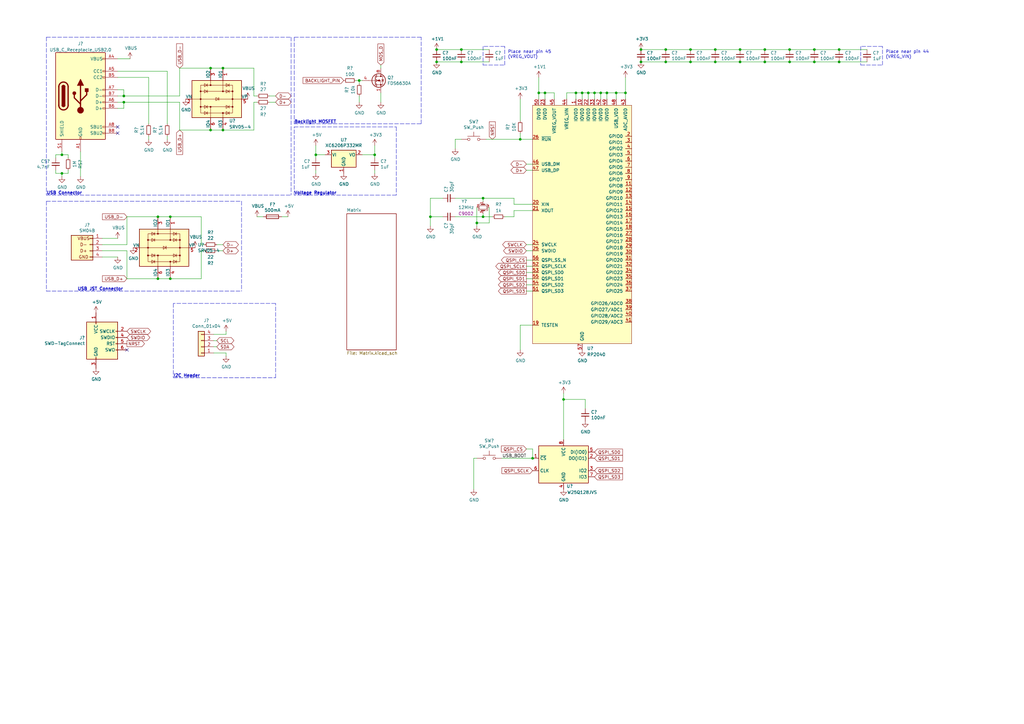
<source format=kicad_sch>
(kicad_sch (version 20211123) (generator eeschema)
  (paper "A3")
  (lib_symbols
    (symbol "Connector:USB_C_Receptacle_USB2.0" (pin_names (offset 1.016))
      (property "Reference" "J" (at -10.16 19.05 0))
      (property "Value" "USB_C_Receptacle_USB2.0" (at 19.05 19.05 0))
      (symbol "USB_C_Receptacle_USB2.0_1_1"
        (pin passive line (at 0 -22.86 90) (length 5.08) (name "GND") (number "A1"))
        (pin passive line (at 0 -22.86 90) (length 5.08) hide (name "GND") (number "A12"))
        (pin passive line (at 15.24 15.24 180) (length 5.08) (name "VBUS") (number "A4"))
        (pin bidirectional line (at 15.24 10.16 180) (length 5.08) (name "CC1") (number "A5"))
        (pin bidirectional line (at 15.24 -2.54 180) (length 5.08) (name "D+") (number "A6"))
        (pin bidirectional line (at 15.24 2.54 180) (length 5.08) (name "D-") (number "A7"))
        (pin bidirectional line (at 15.24 -12.7 180) (length 5.08) (name "SBU1") (number "A8"))
        (pin passive line (at 15.24 15.24 180) (length 5.08) hide (name "VBUS") (number "A9"))
        (pin passive line (at 0 -22.86 90) (length 5.08) hide (name "GND") (number "B1"))
        (pin passive line (at 0 -22.86 90) (length 5.08) hide (name "GND") (number "B12"))
        (pin passive line (at 15.24 15.24 180) (length 5.08) hide (name "VBUS") (number "B4"))
        (pin bidirectional line (at 15.24 7.62 180) (length 5.08) (name "CC2") (number "B5"))
        (pin bidirectional line (at 15.24 -5.08 180) (length 5.08) (name "D+") (number "B6"))
        (pin bidirectional line (at 15.24 0 180) (length 5.08) (name "D-") (number "B7"))
        (pin bidirectional line (at 15.24 -15.24 180) (length 5.08) (name "SBU2") (number "B8"))
        (pin passive line (at 15.24 15.24 180) (length 5.08) hide (name "VBUS") (number "B9"))
        (pin passive line (at -7.62 -22.86 90) (length 5.08) (name "SHIELD") (number "S1"))
      )
    )
    (symbol "Connector_Generic:Conn_01x04" (pin_names (offset 1.016) hide)
      (property "Reference" "J" (at 0 5.08 0))
      (property "Value" "Conn_01x04" (at 0 -7.62 0))
      (symbol "Conn_01x04_1_1"
        (pin passive line (at -5.08 2.54 0) (length 3.81) (name "Pin_1") (number "1"))
        (pin passive line (at -5.08 0 0) (length 3.81) (name "Pin_2") (number "2"))
        (pin passive line (at -5.08 -2.54 0) (length 3.81) (name "Pin_3") (number "3"))
        (pin passive line (at -5.08 -5.08 0) (length 3.81) (name "Pin_4") (number "4"))
      )
    )
    (symbol "Device:C_Small" (pin_numbers hide) (pin_names (offset 0.254) hide)
      (property "Reference" "C" (at 0.254 1.778 0))
      (property "Value" "C_Small" (at 0.254 -2.032 0))
      (symbol "C_Small_1_1"
        (pin passive line (at 0 2.54 270) (length 2.032) (name "~") (number "1"))
        (pin passive line (at 0 -2.54 90) (length 2.032) (name "~") (number "2"))
      )
    )
    (symbol "Device:Crystal_GND24_Small" (pin_names (offset 1.016) hide)
      (property "Reference" "Y" (at 1.27 4.445 0))
      (property "Value" "Crystal_GND24_Small" (at 1.27 2.54 0))
      (symbol "Crystal_GND24_Small_1_1"
        (pin passive line (at -2.54 0 0) (length 1.27) (name "1") (number "1"))
        (pin passive line (at 0 -2.54 90) (length 0.635) (name "2") (number "2"))
        (pin passive line (at 2.54 0 180) (length 1.27) (name "3") (number "3"))
        (pin passive line (at 0 2.54 270) (length 0.635) (name "4") (number "4"))
      )
    )
    (symbol "Device:Fuse" (pin_numbers hide) (pin_names (offset 0))
      (property "Reference" "F" (at 2.032 0 90))
      (property "Value" "Fuse" (at -1.905 0 90))
      (symbol "Fuse_1_1"
        (pin passive line (at 0 3.81 270) (length 1.27) (name "~") (number "1"))
        (pin passive line (at 0 -3.81 90) (length 1.27) (name "~") (number "2"))
      )
    )
    (symbol "Device:R_Small" (pin_numbers hide) (pin_names (offset 0.254) hide)
      (property "Reference" "R" (at 0.762 0.508 0))
      (property "Value" "R_Small" (at 0.762 -1.016 0))
      (symbol "R_Small_1_1"
        (pin passive line (at 0 2.54 270) (length 0.762) (name "~") (number "1"))
        (pin passive line (at 0 -2.54 90) (length 0.762) (name "~") (number "2"))
      )
    )
    (symbol "Memory_Flash:W25Q32JVSS"
      (property "Reference" "U" (at -8.89 8.89 0))
      (property "Value" "W25Q32JVSS" (at 7.62 8.89 0))
      (symbol "W25Q32JVSS_1_1"
        (pin input line (at -12.7 2.54 0) (length 2.54) (name "~{CS}") (number "1"))
        (pin bidirectional line (at 12.7 2.54 180) (length 2.54) (name "DO(IO1)") (number "2"))
        (pin bidirectional line (at 12.7 -2.54 180) (length 2.54) (name "IO2") (number "3"))
        (pin power_in line (at 0 -10.16 90) (length 2.54) (name "GND") (number "4"))
        (pin bidirectional line (at 12.7 5.08 180) (length 2.54) (name "DI(IO0)") (number "5"))
        (pin input line (at -12.7 -2.54 0) (length 2.54) (name "CLK") (number "6"))
        (pin bidirectional line (at 12.7 -5.08 180) (length 2.54) (name "IO3") (number "7"))
        (pin power_in line (at 0 10.16 270) (length 2.54) (name "VCC") (number "8"))
      )
    )
    (symbol "Power_Protection:SRV05-4" (pin_names (offset 0))
      (property "Reference" "U" (at -5.08 11.43 0))
      (property "Value" "SRV05-4" (at 2.54 11.43 0))
      (symbol "SRV05-4_1_1"
        (pin passive line (at -12.7 2.54 0) (length 5.08) (name "IO1") (number "1"))
        (pin passive line (at 0 -12.7 90) (length 2.54) (name "VN") (number "2"))
        (pin passive line (at -12.7 -2.54 0) (length 5.08) (name "IO2") (number "3"))
        (pin passive line (at 12.7 2.54 180) (length 5.08) (name "IO3") (number "4"))
        (pin passive line (at 0 12.7 270) (length 2.54) (name "VP") (number "5"))
        (pin passive line (at 12.7 -2.54 180) (length 5.08) (name "IO4") (number "6"))
      )
    )
    (symbol "Regulator_Linear:MCP1700-3302E_SOT23" (pin_names (offset 0.254))
      (property "Reference" "U" (at -3.81 3.175 0))
      (property "Value" "MCP1700-3302E_SOT23" (at 0 3.175 0))
      (symbol "MCP1700-3302E_SOT23_1_1"
        (pin power_in line (at 0 -7.62 90) (length 2.54) (name "GND") (number "1"))
        (pin power_out line (at 7.62 0 180) (length 2.54) (name "VO") (number "2"))
        (pin power_in line (at -7.62 0 0) (length 2.54) (name "VI") (number "3"))
      )
    )
    (symbol "Switch:SW_Push" (pin_numbers hide) (pin_names (offset 1.016) hide)
      (property "Reference" "SW" (at 1.27 2.54 0))
      (property "Value" "SW_Push" (at 0 -1.524 0))
      (symbol "SW_Push_0_1"
        (pin passive line (at -5.08 0 0) (length 2.54) (name "1") (number "1"))
        (pin passive line (at 5.08 0 180) (length 2.54) (name "2") (number "2"))
      )
    )
    (symbol "Transistor_FET:FDS6630A" (pin_names hide)
      (property "Reference" "Q" (at 5.08 2.54 0))
      (property "Value" "FDS6630A" (at 5.08 0 0))
      (symbol "FDS6630A_1_1"
        (pin passive line (at 2.54 -5.08 90) (length 2.54) (name "S") (number "1"))
        (pin passive line (at 2.54 -5.08 90) (length 2.54) hide (name "S") (number "2"))
        (pin passive line (at 2.54 -5.08 90) (length 2.54) hide (name "S") (number "3"))
        (pin input line (at -5.08 0 0) (length 2.54) (name "G") (number "4"))
        (pin passive line (at 2.54 5.08 270) (length 2.54) hide (name "D") (number "5"))
        (pin passive line (at 2.54 5.08 270) (length 2.54) hide (name "D") (number "6"))
        (pin passive line (at 2.54 5.08 270) (length 2.54) hide (name "D") (number "7"))
        (pin passive line (at 2.54 5.08 270) (length 2.54) (name "D") (number "8"))
      )
    )
    (symbol "power:+1V1" (power) (pin_names (offset 0))
      (property "Value" "+1V1" (at 0 3.556 0))
      (symbol "+1V1_1_1"
        (pin power_in line (at 0 0 90) (length 0) hide (name "+1V1") (number "1"))
      )
    )
    (symbol "power:+3V3" (power) (pin_names (offset 0))
      (property "Value" "+3V3" (at 0 3.556 0))
      (symbol "+3V3_1_1"
        (pin power_in line (at 0 0 90) (length 0) hide (name "+3V3") (number "1"))
      )
    )
    (symbol "power:+5V" (power) (pin_names (offset 0))
      (property "Value" "+5V" (at 0 3.556 0))
      (symbol "+5V_1_1"
        (pin power_in line (at 0 0 90) (length 0) hide (name "+5V") (number "1"))
      )
    )
    (symbol "power:GND" (power) (pin_names (offset 0))
      (property "Value" "GND" (at 0 -3.81 0))
      (symbol "GND_1_1"
        (pin power_in line (at 0 0 270) (length 0) hide (name "GND") (number "1"))
      )
    )
    (symbol "power:VBUS" (power) (pin_names (offset 0))
      (property "Value" "VBUS" (at 0 3.81 0))
      (symbol "VBUS_1_1"
        (pin power_in line (at 0 0 90) (length 0) hide (name "VBUS") (number "1"))
      )
    )
    (symbol "random-keyboard-parts:RP2040" (pin_names (offset 1.016))
      (property "Reference" "U3" (at 3.81 -52.07 0))
      (property "Value" "RP2040" (at 6.35 -54.61 0))
      (symbol "RP2040_1_1"
        (pin power_in line (at -2.54 50.8 270) (length 2.54) (name "IOVDD") (number "1"))
        (pin power_in line (at 0 50.8 270) (length 2.54) (name "IOVDD") (number "10"))
        (pin bidirectional line (at 20.32 15.24 180) (length 2.54) (name "GPIO8") (number "11"))
        (pin bidirectional line (at 20.32 12.7 180) (length 2.54) (name "GPIO9") (number "12"))
        (pin bidirectional line (at 20.32 10.16 180) (length 2.54) (name "GPIO10") (number "13"))
        (pin bidirectional line (at 20.32 7.62 180) (length 2.54) (name "GPIO11") (number "14"))
        (pin bidirectional line (at 20.32 5.08 180) (length 2.54) (name "GPIO12") (number "15"))
        (pin bidirectional line (at 20.32 2.54 180) (length 2.54) (name "GPIO13") (number "16"))
        (pin bidirectional line (at 20.32 0 180) (length 2.54) (name "GPIO14") (number "17"))
        (pin bidirectional line (at 20.32 -2.54 180) (length 2.54) (name "GPIO15") (number "18"))
        (pin power_in line (at -20.32 -41.91 0) (length 2.54) (name "TESTEN") (number "19"))
        (pin bidirectional line (at 20.32 35.56 180) (length 2.54) (name "GPIO0") (number "2"))
        (pin input line (at -20.32 7.62 0) (length 2.54) (name "XIN") (number "20"))
        (pin output line (at -20.32 5.08 0) (length 2.54) (name "XOUT") (number "21"))
        (pin power_in line (at 2.54 50.8 270) (length 2.54) (name "IOVDD") (number "22"))
        (pin power_in line (at -15.24 50.8 270) (length 2.54) (name "DVDD") (number "23"))
        (pin bidirectional line (at -20.32 -8.89 0) (length 2.54) (name "SWCLK") (number "24"))
        (pin bidirectional line (at -20.32 -11.43 0) (length 2.54) (name "SWDIO") (number "25"))
        (pin input line (at -20.32 34.29 0) (length 2.54) (name "~{RUN}") (number "26"))
        (pin bidirectional line (at 20.32 -5.08 180) (length 2.54) (name "GPIO16") (number "27"))
        (pin bidirectional line (at 20.32 -7.62 180) (length 2.54) (name "GPIO17") (number "28"))
        (pin bidirectional line (at 20.32 -10.16 180) (length 2.54) (name "GPIO18") (number "29"))
        (pin bidirectional line (at 20.32 33.02 180) (length 2.54) (name "GPIO1") (number "3"))
        (pin bidirectional line (at 20.32 -12.7 180) (length 2.54) (name "GPIO19") (number "30"))
        (pin bidirectional line (at 20.32 -15.24 180) (length 2.54) (name "GPIO20") (number "31"))
        (pin bidirectional line (at 20.32 -17.78 180) (length 2.54) (name "GPIO21") (number "32"))
        (pin power_in line (at 5.08 50.8 270) (length 2.54) (name "IOVDD") (number "33"))
        (pin bidirectional line (at 20.32 -20.32 180) (length 2.54) (name "GPIO22") (number "34"))
        (pin bidirectional line (at 20.32 -22.86 180) (length 2.54) (name "GPIO23") (number "35"))
        (pin bidirectional line (at 20.32 -25.4 180) (length 2.54) (name "GPIO24") (number "36"))
        (pin bidirectional line (at 20.32 -27.94 180) (length 2.54) (name "GPIO25") (number "37"))
        (pin bidirectional line (at 20.32 -33.02 180) (length 2.54) (name "GPIO26/ADC0") (number "38"))
        (pin bidirectional line (at 20.32 -35.56 180) (length 2.54) (name "GPIO27/ADC1") (number "39"))
        (pin bidirectional line (at 20.32 30.48 180) (length 2.54) (name "GPIO2") (number "4"))
        (pin bidirectional line (at 20.32 -38.1 180) (length 2.54) (name "GPIO28/ADC2") (number "40"))
        (pin bidirectional line (at 20.32 -40.64 180) (length 2.54) (name "GPIO29/ADC3") (number "41"))
        (pin power_in line (at 7.62 50.8 270) (length 2.54) (name "IOVDD") (number "42"))
        (pin power_in line (at 17.78 50.8 270) (length 2.54) (name "ADC_AVDD") (number "43"))
        (pin power_in line (at -6.35 50.8 270) (length 2.54) (name "VREG_VIN") (number "44"))
        (pin power_out line (at -11.43 50.8 270) (length 2.54) (name "VREG_VOUT") (number "45"))
        (pin bidirectional line (at -20.32 24.13 0) (length 2.54) (name "USB_DM") (number "46"))
        (pin bidirectional line (at -20.32 21.59 0) (length 2.54) (name "USB_DP") (number "47"))
        (pin power_in line (at 13.97 50.8 270) (length 2.54) (name "USB_VDD") (number "48"))
        (pin power_in line (at 10.16 50.8 270) (length 2.54) (name "IOVDD") (number "49"))
        (pin bidirectional line (at 20.32 27.94 180) (length 2.54) (name "GPIO3") (number "5"))
        (pin power_in line (at -17.78 50.8 270) (length 2.54) (name "DVDD") (number "50"))
        (pin bidirectional line (at -20.32 -27.94 0) (length 2.54) (name "QSPI_SD3") (number "51"))
        (pin bidirectional line (at -20.32 -17.78 0) (length 2.54) (name "QSPI_SCLK") (number "52"))
        (pin bidirectional line (at -20.32 -20.32 0) (length 2.54) (name "QSPI_SD0") (number "53"))
        (pin bidirectional line (at -20.32 -25.4 0) (length 2.54) (name "QSPI_SD2") (number "54"))
        (pin bidirectional line (at -20.32 -22.86 0) (length 2.54) (name "QSPI_SD1") (number "55"))
        (pin bidirectional line (at -20.32 -15.24 0) (length 2.54) (name "QSPI_SS_N") (number "56"))
        (pin power_in line (at 0 -52.07 90) (length 2.54) (name "GND") (number "57"))
        (pin bidirectional line (at 20.32 25.4 180) (length 2.54) (name "GPIO4") (number "6"))
        (pin bidirectional line (at 20.32 22.86 180) (length 2.54) (name "GPIO5") (number "7"))
        (pin bidirectional line (at 20.32 20.32 180) (length 2.54) (name "GPIO6") (number "8"))
        (pin bidirectional line (at 20.32 17.78 180) (length 2.54) (name "GPIO7") (number "9"))
      )
    )
    (symbol "random-keyboard-parts:SWD-TagConnect" (pin_names (offset 1.016))
      (property "Reference" "J" (at 0 10.16 0))
      (property "Value" "SWD-TagConnect" (at 0 -7.62 0))
      (symbol "SWD-TagConnect_1_1"
        (pin power_in line (at -2.54 12.7 270) (length 3.81) (name "VCC") (number "1"))
        (pin passive line (at 10.16 5.08 180) (length 3.81) (name "SWCLK") (number "2"))
        (pin power_in line (at -2.54 -10.16 90) (length 3.81) (name "GND") (number "3"))
        (pin passive line (at 10.16 2.54 180) (length 3.81) (name "SWDIO") (number "4"))
        (pin passive line (at 10.16 0 180) (length 3.81) (name "RST") (number "5"))
        (pin passive line (at 10.16 -2.54 180) (length 3.81) (name "SWO") (number "6"))
      )
    )
    (symbol "random-keyboard-parts:ai03_Daughterboard_Connector" (pin_names (offset 1.016) hide)
      (property "Reference" "J" (at 0 5.08 0))
      (property "Value" "ai03_Daughterboard_Connector" (at 0 -7.62 0))
      (symbol "ai03_Daughterboard_Connector_0_0"
        (text "VBUS" (at 2.54 2.54 0) (effects (font (size 1.27 1.27))))
      )
      (symbol "ai03_Daughterboard_Connector_1_1"
        (text "D+" (at 2.54 -2.54 0) (effects (font (size 1.27 1.27))))
        (text "D-" (at 2.54 0 0) (effects (font (size 1.27 1.27))))
        (text "GND" (at 2.54 -5.08 0) (effects (font (size 1.27 1.27))))
        (pin power_in line (at -5.08 2.54 0) (length 3.81) (name "VBUS") (number "1"))
        (pin bidirectional line (at -5.08 0 0) (length 3.81) (name "D-") (number "2"))
        (pin bidirectional line (at -5.08 -2.54 0) (length 3.81) (name "D+") (number "3"))
        (pin power_in line (at -5.08 -5.08 0) (length 3.81) (name "GND") (number "4"))
      )
    )
  )
  (junction (at 91.44 27.94))
  (junction (at 50.8 41.91))
  (junction (at 220.98 38.1))
  (junction (at 248.92 38.1))
  (junction (at 213.36 57.15))
  (junction (at 273.05 25.4))
  (junction (at 323.85 25.4))
  (junction (at 195.58 91.44))
  (junction (at 273.05 20.32))
  (junction (at 25.4 63.5))
  (junction (at 241.3 38.1))
  (junction (at 218.44 187.96))
  (junction (at 129.54 63.5))
  (junction (at 252.73 38.1))
  (junction (at 283.21 20.32))
  (junction (at 179.07 25.4))
  (junction (at 153.67 63.5))
  (junction (at 262.89 20.32))
  (junction (at 86.36 27.94))
  (junction (at 243.84 38.1))
  (junction (at 313.69 25.4))
  (junction (at 293.37 25.4))
  (junction (at 256.54 38.1))
  (junction (at 283.21 25.4))
  (junction (at 189.23 20.32))
  (junction (at 50.8 39.37))
  (junction (at 238.76 38.1))
  (junction (at 236.22 38.1))
  (junction (at 246.38 38.1))
  (junction (at 69.85 114.3))
  (junction (at 262.89 25.4))
  (junction (at 334.01 25.4))
  (junction (at 323.85 20.32))
  (junction (at 293.37 20.32))
  (junction (at 198.12 88.9))
  (junction (at 303.53 25.4))
  (junction (at 344.17 25.4))
  (junction (at 64.77 114.3))
  (junction (at 313.69 20.32))
  (junction (at 189.23 25.4))
  (junction (at 223.52 38.1))
  (junction (at 25.4 71.12))
  (junction (at 231.14 163.83))
  (junction (at 91.44 53.34))
  (junction (at 86.36 53.34))
  (junction (at 64.77 88.9))
  (junction (at 334.01 20.32))
  (junction (at 303.53 20.32))
  (junction (at 176.53 88.9))
  (junction (at 179.07 20.32))
  (junction (at 344.17 20.32))
  (junction (at 147.32 33.02))
  (junction (at 198.12 81.28))
  (junction (at 69.85 88.9))
  (no_connect (at 48.26 54.61))
  (no_connect (at 52.07 143.51))
  (no_connect (at 48.26 52.07))
  (wire (pts (xy 104.14 41.91) (xy 104.14 53.34)))
  (wire (pts (xy 87.63 137.16) (xy 92.71 137.16)))
  (wire (pts (xy 213.36 40.64) (xy 213.36 49.53)))
  (wire (pts (xy 215.9 109.22) (xy 218.44 109.22)))
  (wire (pts (xy 227.33 38.1) (xy 227.33 40.64)))
  (wire (pts (xy 218.44 184.15) (xy 218.44 187.96)))
  (wire (pts (xy 256.54 38.1) (xy 256.54 40.64)))
  (wire (pts (xy 194.31 187.96) (xy 195.58 187.96)))
  (wire (pts (xy 104.14 27.94) (xy 91.44 27.94)))
  (wire (pts (xy 186.69 60.96) (xy 186.69 57.15)))
  (wire (pts (xy 334.01 25.4) (xy 323.85 25.4)))
  (wire (pts (xy 82.55 102.87) (xy 82.55 114.3)))
  (wire (pts (xy 41.91 100.33) (xy 52.07 100.33)))
  (wire (pts (xy 147.32 34.29) (xy 147.32 33.02)))
  (wire (pts (xy 241.3 38.1) (xy 238.76 38.1)))
  (polyline (pts (xy 198.12 26.67) (xy 207.01 26.67)))
  (wire (pts (xy 22.86 71.12) (xy 25.4 71.12)))
  (wire (pts (xy 115.57 88.9) (xy 118.11 88.9)))
  (polyline (pts (xy 172.72 50.8) (xy 172.72 15.24)))
  (wire (pts (xy 210.82 81.28) (xy 210.82 83.82)))
  (wire (pts (xy 86.36 27.94) (xy 91.44 27.94)))
  (wire (pts (xy 50.8 36.83) (xy 50.8 39.37)))
  (wire (pts (xy 199.39 57.15) (xy 213.36 57.15)))
  (wire (pts (xy 243.84 38.1) (xy 241.3 38.1)))
  (wire (pts (xy 86.36 53.34) (xy 91.44 53.34)))
  (wire (pts (xy 60.96 31.75) (xy 60.96 50.8)))
  (wire (pts (xy 48.26 36.83) (xy 50.8 36.83)))
  (wire (pts (xy 147.32 33.02) (xy 148.59 33.02)))
  (wire (pts (xy 344.17 25.4) (xy 334.01 25.4)))
  (wire (pts (xy 189.23 25.4) (xy 200.66 25.4)))
  (wire (pts (xy 195.58 91.44) (xy 200.66 91.44)))
  (wire (pts (xy 215.9 119.38) (xy 218.44 119.38)))
  (polyline (pts (xy 19.05 119.38) (xy 99.06 119.38)))
  (wire (pts (xy 146.05 33.02) (xy 147.32 33.02)))
  (wire (pts (xy 91.44 100.33) (xy 88.9 100.33)))
  (wire (pts (xy 195.58 85.09) (xy 195.58 91.44)))
  (wire (pts (xy 153.67 59.69) (xy 153.67 63.5)))
  (wire (pts (xy 52.07 102.87) (xy 52.07 114.3)))
  (wire (pts (xy 73.66 41.91) (xy 73.66 53.34)))
  (wire (pts (xy 92.71 144.78) (xy 92.71 146.05)))
  (wire (pts (xy 246.38 38.1) (xy 246.38 40.64)))
  (wire (pts (xy 82.55 102.87) (xy 83.82 102.87)))
  (wire (pts (xy 256.54 38.1) (xy 252.73 38.1)))
  (wire (pts (xy 240.03 163.83) (xy 240.03 167.64)))
  (wire (pts (xy 186.69 88.9) (xy 198.12 88.9)))
  (polyline (pts (xy 71.12 124.46) (xy 71.12 154.94)))
  (wire (pts (xy 87.63 144.78) (xy 92.71 144.78)))
  (wire (pts (xy 252.73 38.1) (xy 252.73 40.64)))
  (polyline (pts (xy 19.05 82.55) (xy 99.06 82.55)))
  (wire (pts (xy 82.55 88.9) (xy 82.55 100.33)))
  (wire (pts (xy 27.94 63.5) (xy 27.94 64.77)))
  (wire (pts (xy 25.4 63.5) (xy 27.94 63.5)))
  (wire (pts (xy 129.54 69.85) (xy 129.54 71.12)))
  (polyline (pts (xy 120.65 52.07) (xy 162.56 52.07)))
  (wire (pts (xy 52.07 114.3) (xy 64.77 114.3)))
  (wire (pts (xy 88.9 142.24) (xy 87.63 142.24)))
  (polyline (pts (xy 19.05 15.24) (xy 19.05 80.01)))
  (wire (pts (xy 48.26 39.37) (xy 50.8 39.37)))
  (wire (pts (xy 293.37 20.32) (xy 303.53 20.32)))
  (wire (pts (xy 236.22 38.1) (xy 232.41 38.1)))
  (wire (pts (xy 176.53 88.9) (xy 181.61 88.9)))
  (wire (pts (xy 262.89 20.32) (xy 273.05 20.32)))
  (wire (pts (xy 25.4 71.12) (xy 25.4 72.39)))
  (wire (pts (xy 207.01 88.9) (xy 210.82 88.9)))
  (wire (pts (xy 215.9 116.84) (xy 218.44 116.84)))
  (polyline (pts (xy 113.03 154.94) (xy 113.03 124.46)))
  (wire (pts (xy 215.9 111.76) (xy 218.44 111.76)))
  (wire (pts (xy 215.9 102.87) (xy 218.44 102.87)))
  (wire (pts (xy 231.14 163.83) (xy 231.14 180.34)))
  (wire (pts (xy 73.66 41.91) (xy 50.8 41.91)))
  (wire (pts (xy 41.91 102.87) (xy 52.07 102.87)))
  (wire (pts (xy 210.82 86.36) (xy 210.82 88.9)))
  (polyline (pts (xy 162.56 52.07) (xy 162.56 80.01)))
  (wire (pts (xy 73.66 27.94) (xy 86.36 27.94)))
  (wire (pts (xy 68.58 29.21) (xy 48.26 29.21)))
  (wire (pts (xy 64.77 114.3) (xy 69.85 114.3)))
  (wire (pts (xy 189.23 20.32) (xy 179.07 20.32)))
  (wire (pts (xy 236.22 38.1) (xy 236.22 40.64)))
  (wire (pts (xy 104.14 27.94) (xy 104.14 39.37)))
  (wire (pts (xy 215.9 100.33) (xy 218.44 100.33)))
  (wire (pts (xy 33.02 62.23) (xy 33.02 72.39)))
  (wire (pts (xy 73.66 27.94) (xy 73.66 39.37)))
  (wire (pts (xy 113.03 39.37) (xy 110.49 39.37)))
  (polyline (pts (xy 113.03 124.46) (xy 71.12 124.46)))
  (wire (pts (xy 52.07 88.9) (xy 64.77 88.9)))
  (wire (pts (xy 88.9 102.87) (xy 91.44 102.87)))
  (wire (pts (xy 220.98 38.1) (xy 220.98 40.64)))
  (polyline (pts (xy 119.38 15.24) (xy 119.38 80.01)))
  (wire (pts (xy 194.31 200.66) (xy 194.31 187.96)))
  (wire (pts (xy 218.44 187.96) (xy 205.74 187.96)))
  (polyline (pts (xy 207.01 19.05) (xy 198.12 19.05)))
  (wire (pts (xy 210.82 86.36) (xy 218.44 86.36)))
  (wire (pts (xy 215.9 67.31) (xy 218.44 67.31)))
  (wire (pts (xy 213.36 54.61) (xy 213.36 57.15)))
  (wire (pts (xy 22.86 63.5) (xy 25.4 63.5)))
  (wire (pts (xy 176.53 88.9) (xy 176.53 92.71)))
  (wire (pts (xy 213.36 57.15) (xy 218.44 57.15)))
  (polyline (pts (xy 162.56 80.01) (xy 120.65 80.01)))
  (wire (pts (xy 92.71 137.16) (xy 92.71 135.89)))
  (polyline (pts (xy 71.12 154.94) (xy 113.03 154.94)))
  (wire (pts (xy 82.55 114.3) (xy 69.85 114.3)))
  (wire (pts (xy 213.36 133.35) (xy 218.44 133.35)))
  (polyline (pts (xy 19.05 15.24) (xy 119.38 15.24)))
  (wire (pts (xy 220.98 38.1) (xy 223.52 38.1)))
  (wire (pts (xy 189.23 20.32) (xy 200.66 20.32)))
  (wire (pts (xy 334.01 20.32) (xy 344.17 20.32)))
  (wire (pts (xy 210.82 83.82) (xy 218.44 83.82)))
  (wire (pts (xy 223.52 38.1) (xy 223.52 40.64)))
  (wire (pts (xy 186.69 81.28) (xy 198.12 81.28)))
  (wire (pts (xy 213.36 143.51) (xy 213.36 133.35)))
  (wire (pts (xy 73.66 53.34) (xy 86.36 53.34)))
  (wire (pts (xy 186.69 57.15) (xy 189.23 57.15)))
  (wire (pts (xy 153.67 63.5) (xy 148.59 63.5)))
  (wire (pts (xy 68.58 29.21) (xy 68.58 50.8)))
  (wire (pts (xy 104.14 53.34) (xy 91.44 53.34)))
  (wire (pts (xy 68.58 55.88) (xy 68.58 57.15)))
  (polyline (pts (xy 172.72 15.24) (xy 120.65 15.24)))
  (wire (pts (xy 129.54 64.77) (xy 129.54 63.5)))
  (polyline (pts (xy 207.01 26.67) (xy 207.01 19.05)))
  (wire (pts (xy 200.66 91.44) (xy 200.66 85.09)))
  (wire (pts (xy 64.77 88.9) (xy 69.85 88.9)))
  (wire (pts (xy 147.32 39.37) (xy 147.32 41.91)))
  (wire (pts (xy 248.92 38.1) (xy 246.38 38.1)))
  (wire (pts (xy 303.53 20.32) (xy 313.69 20.32)))
  (wire (pts (xy 283.21 25.4) (xy 273.05 25.4)))
  (wire (pts (xy 176.53 81.28) (xy 176.53 88.9)))
  (wire (pts (xy 238.76 38.1) (xy 236.22 38.1)))
  (wire (pts (xy 198.12 87.63) (xy 198.12 88.9)))
  (wire (pts (xy 153.67 69.85) (xy 153.67 71.12)))
  (wire (pts (xy 198.12 82.55) (xy 198.12 81.28)))
  (wire (pts (xy 22.86 64.77) (xy 22.86 63.5)))
  (wire (pts (xy 27.94 69.85) (xy 27.94 71.12)))
  (wire (pts (xy 88.9 139.7) (xy 87.63 139.7)))
  (wire (pts (xy 60.96 55.88) (xy 60.96 57.15)))
  (wire (pts (xy 303.53 25.4) (xy 293.37 25.4)))
  (wire (pts (xy 220.98 31.75) (xy 220.98 38.1)))
  (wire (pts (xy 313.69 25.4) (xy 303.53 25.4)))
  (wire (pts (xy 241.3 38.1) (xy 241.3 40.64)))
  (wire (pts (xy 252.73 38.1) (xy 248.92 38.1)))
  (wire (pts (xy 53.34 24.13) (xy 48.26 24.13)))
  (polyline (pts (xy 120.65 80.01) (xy 120.65 52.07)))
  (wire (pts (xy 52.07 100.33) (xy 52.07 88.9)))
  (polyline (pts (xy 120.65 15.24) (xy 120.65 50.8)))
  (wire (pts (xy 215.9 69.85) (xy 218.44 69.85)))
  (wire (pts (xy 232.41 38.1) (xy 232.41 40.64)))
  (wire (pts (xy 48.26 44.45) (xy 50.8 44.45)))
  (wire (pts (xy 104.14 41.91) (xy 105.41 41.91)))
  (wire (pts (xy 243.84 38.1) (xy 243.84 40.64)))
  (wire (pts (xy 293.37 25.4) (xy 283.21 25.4)))
  (wire (pts (xy 344.17 20.32) (xy 355.6 20.32)))
  (wire (pts (xy 104.14 39.37) (xy 105.41 39.37)))
  (wire (pts (xy 50.8 39.37) (xy 73.66 39.37)))
  (wire (pts (xy 215.9 106.68) (xy 218.44 106.68)))
  (wire (pts (xy 27.94 71.12) (xy 25.4 71.12)))
  (wire (pts (xy 195.58 91.44) (xy 195.58 92.71)))
  (wire (pts (xy 50.8 41.91) (xy 48.26 41.91)))
  (wire (pts (xy 215.9 184.15) (xy 218.44 184.15)))
  (wire (pts (xy 231.14 161.29) (xy 231.14 163.83)))
  (polyline (pts (xy 19.05 82.55) (xy 19.05 119.38)))
  (polyline (pts (xy 19.05 80.01) (xy 119.38 80.01)))
  (wire (pts (xy 110.49 41.91) (xy 113.03 41.91)))
  (polyline (pts (xy 361.95 19.05) (xy 353.06 19.05)))
  (wire (pts (xy 248.92 38.1) (xy 248.92 40.64)))
  (polyline (pts (xy 120.65 50.8) (xy 172.72 50.8)))
  (wire (pts (xy 313.69 20.32) (xy 323.85 20.32)))
  (wire (pts (xy 41.91 105.41) (xy 48.26 105.41)))
  (wire (pts (xy 283.21 20.32) (xy 293.37 20.32)))
  (wire (pts (xy 215.9 114.3) (xy 218.44 114.3)))
  (wire (pts (xy 129.54 63.5) (xy 133.35 63.5)))
  (polyline (pts (xy 198.12 19.05) (xy 198.12 26.67)))
  (wire (pts (xy 238.76 38.1) (xy 238.76 40.64)))
  (polyline (pts (xy 361.95 26.67) (xy 361.95 19.05)))
  (wire (pts (xy 129.54 59.69) (xy 129.54 63.5)))
  (polyline (pts (xy 99.06 82.55) (xy 99.06 119.38)))
  (wire (pts (xy 41.91 97.79) (xy 48.26 97.79)))
  (wire (pts (xy 273.05 20.32) (xy 283.21 20.32)))
  (polyline (pts (xy 353.06 26.67) (xy 361.95 26.67)))
  (wire (pts (xy 198.12 81.28) (xy 210.82 81.28)))
  (wire (pts (xy 82.55 88.9) (xy 69.85 88.9)))
  (wire (pts (xy 25.4 63.5) (xy 25.4 62.23)))
  (wire (pts (xy 256.54 31.75) (xy 256.54 38.1)))
  (wire (pts (xy 240.03 163.83) (xy 231.14 163.83)))
  (wire (pts (xy 223.52 38.1) (xy 227.33 38.1)))
  (wire (pts (xy 273.05 25.4) (xy 262.89 25.4)))
  (wire (pts (xy 22.86 69.85) (xy 22.86 71.12)))
  (wire (pts (xy 201.93 88.9) (xy 198.12 88.9)))
  (wire (pts (xy 344.17 25.4) (xy 355.6 25.4)))
  (wire (pts (xy 153.67 63.5) (xy 153.67 64.77)))
  (wire (pts (xy 181.61 81.28) (xy 176.53 81.28)))
  (wire (pts (xy 50.8 44.45) (xy 50.8 41.91)))
  (wire (pts (xy 323.85 25.4) (xy 313.69 25.4)))
  (wire (pts (xy 246.38 38.1) (xy 243.84 38.1)))
  (wire (pts (xy 323.85 20.32) (xy 334.01 20.32)))
  (wire (pts (xy 48.26 31.75) (xy 60.96 31.75)))
  (polyline (pts (xy 353.06 19.05) (xy 353.06 26.67)))
  (wire (pts (xy 105.41 88.9) (xy 107.95 88.9)))
  (wire (pts (xy 179.07 25.4) (xy 189.23 25.4)))
  (wire (pts (xy 156.21 26.67) (xy 156.21 27.94)))
  (wire (pts (xy 82.55 100.33) (xy 83.82 100.33)))
  (wire (pts (xy 156.21 38.1) (xy 156.21 41.91)))
  (text "Voltage Regulator" (at 120.65 80.01 0) (effects (font (size 1.27 1.27) (thickness 0.254) bold) (justify left bottom)))
  (text "Place near pin 45\n(VREG_VOUT)" (at 208.28 24.13 0) (effects (font (size 1.27 1.27)) (justify left bottom)))
  (text "I2C Header" (at 71.12 154.94 0) (effects (font (size 1.27 1.27) (thickness 0.254) bold) (justify left bottom)))
  (text "USB Connector" (at 19.05 80.01 0) (effects (font (size 1.27 1.27) (thickness 0.254) bold) (justify left bottom)))
  (text "USB JST Connector" (at 31.75 119.38 0) (effects (font (size 1.27 1.27) (thickness 0.254) bold) (justify left bottom)))
  (text "Place near pin 44\n(VREG_VIN)" (at 363.22 24.13 0) (effects (font (size 1.27 1.27)) (justify left bottom)))
  (text "Backlight MOSFET" (at 120.65 50.8 0) (effects (font (size 1.27 1.27) (thickness 0.254) bold) (justify left bottom)))
  (label "USB_BOOT" (at 215.9 187.96 180))
  (global_label "D+" (shape bidirectional) (at 113.03 41.91 0) (property "Intersheet References" "${INTERSHEET_REFS}" (effects hide)))
  (global_label "SDA" (shape bidirectional) (at 88.9 142.24 0) (property "Intersheet References" "${INTERSHEET_REFS}" (effects hide)))
  (global_label "USB_D-" (shape input) (at 73.66 27.94 90) (property "Intersheet References" "${INTERSHEET_REFS}" (effects hide)))
  (global_label "D-" (shape bidirectional) (at 215.9 67.31 180) (property "Intersheet References" "${INTERSHEET_REFS}" (effects hide)))
  (global_label "NRST" (shape output) (at 52.07 140.97 0) (property "Intersheet References" "${INTERSHEET_REFS}" (effects hide)))
  (global_label "D-" (shape bidirectional) (at 113.03 39.37 0) (property "Intersheet References" "${INTERSHEET_REFS}" (effects hide)))
  (global_label "QSPI_CS" (shape input) (at 215.9 184.15 180) (property "Intersheet References" "${INTERSHEET_REFS}" (effects hide)))
  (global_label "QSPI_SD2" (shape output) (at 215.9 116.84 180) (property "Intersheet References" "${INTERSHEET_REFS}" (effects hide)))
  (global_label "SWDIO" (shape bidirectional) (at 52.07 138.43 0) (property "Intersheet References" "${INTERSHEET_REFS}" (effects hide)))
  (global_label "SCL" (shape bidirectional) (at 88.9 139.7 0) (property "Intersheet References" "${INTERSHEET_REFS}" (effects hide)))
  (global_label "QSPI_SD3" (shape input) (at 243.84 195.58 0) (property "Intersheet References" "${INTERSHEET_REFS}" (effects hide)))
  (global_label "QSPI_SCLK" (shape input) (at 218.44 193.04 180) (property "Intersheet References" "${INTERSHEET_REFS}" (effects hide)))
  (global_label "D-" (shape bidirectional) (at 91.44 100.33 0) (property "Intersheet References" "${INTERSHEET_REFS}" (effects hide)))
  (global_label "QSPI_SD1" (shape input) (at 243.84 187.96 0) (property "Intersheet References" "${INTERSHEET_REFS}" (effects hide)))
  (global_label "QSPI_SD3" (shape output) (at 215.9 119.38 180) (property "Intersheet References" "${INTERSHEET_REFS}" (effects hide)))
  (global_label "SWCLK" (shape bidirectional) (at 215.9 100.33 180) (property "Intersheet References" "${INTERSHEET_REFS}" (effects hide)))
  (global_label "MOS_D" (shape input) (at 156.21 26.67 90) (property "Intersheet References" "${INTERSHEET_REFS}" (effects hide)))
  (global_label "BACKLIGHT_PIN" (shape input) (at 140.97 33.02 180) (property "Intersheet References" "${INTERSHEET_REFS}" (effects hide)))
  (global_label "QSPI_SD0" (shape input) (at 243.84 185.42 0) (property "Intersheet References" "${INTERSHEET_REFS}" (effects hide)))
  (global_label "QSPI_SCLK" (shape output) (at 215.9 109.22 180) (property "Intersheet References" "${INTERSHEET_REFS}" (effects hide)))
  (global_label "QSPI_SD2" (shape input) (at 243.84 193.04 0) (property "Intersheet References" "${INTERSHEET_REFS}" (effects hide)))
  (global_label "QSPI_SD1" (shape output) (at 215.9 114.3 180) (property "Intersheet References" "${INTERSHEET_REFS}" (effects hide)))
  (global_label "USB_D-" (shape input) (at 52.07 88.9 180) (property "Intersheet References" "${INTERSHEET_REFS}" (effects hide)))
  (global_label "SWDIO" (shape bidirectional) (at 215.9 102.87 180) (property "Intersheet References" "${INTERSHEET_REFS}" (effects hide)))
  (global_label "D+" (shape bidirectional) (at 215.9 69.85 180) (property "Intersheet References" "${INTERSHEET_REFS}" (effects hide)))
  (global_label "USB_D+" (shape input) (at 52.07 114.3 180) (property "Intersheet References" "${INTERSHEET_REFS}" (effects hide)))
  (global_label "SWCLK" (shape bidirectional) (at 52.07 135.89 0) (property "Intersheet References" "${INTERSHEET_REFS}" (effects hide)))
  (global_label "USB_D+" (shape input) (at 73.66 53.34 270) (property "Intersheet References" "${INTERSHEET_REFS}" (effects hide)))
  (global_label "QSPI_SD0" (shape output) (at 215.9 111.76 180) (property "Intersheet References" "${INTERSHEET_REFS}" (effects hide)))
  (global_label "QSPI_CS" (shape output) (at 215.9 106.68 180) (property "Intersheet References" "${INTERSHEET_REFS}" (effects hide)))
  (global_label "D+" (shape bidirectional) (at 91.44 102.87 0) (property "Intersheet References" "${INTERSHEET_REFS}" (effects hide)))
  (global_label "NRST" (shape input) (at 201.93 57.15 90) (property "Intersheet References" "${INTERSHEET_REFS}" (effects hide)))
  (symbol (lib_id "power:VBUS") (at 53.34 24.13 0) (unit 1)
    (property "Reference" "#PWR?" (effects hide))
    (property "Value" "VBUS" (at 53.721 19.7358 0))
  )
  (symbol (lib_id "Device:R_Small") (at 107.95 39.37 270) (unit 1)
    (property "Reference" "R?" (at 107.95 34.3916 90))
    (property "Value" "27" (at 107.95 36.703 90))
    (property "Footprint" "Resistor_SMD:R_0603_1608Metric" (effects hide))
  )
  (symbol (lib_id "Device:R_Small") (at 107.95 41.91 90) (mirror x) (unit 1)
    (property "Reference" "R?" (at 107.95 46.99 90))
    (property "Value" "27" (at 107.95 44.45 90))
    (property "Footprint" "Resistor_SMD:R_0603_1608Metric" (effects hide))
  )
  (symbol (lib_id "power:GND") (at 33.02 72.39 0) (unit 1)
    (property "Reference" "#PWR?" (effects hide))
    (property "Value" "GND" (at 33.147 76.7842 0))
  )
  (symbol (lib_id "Transistor_FET:FDS6630A") (at 153.67 33.02 0) (unit 1)
    (property "Reference" "Q?" (at 158.8516 31.8516 0) (effects (justify left)))
    (property "Value" "FDS6630A" (at 158.8516 34.163 0) (effects (justify left)))
    (property "Footprint" "Package_SO:SOIC-8_3.9x4.9mm_P1.27mm" (effects hide))
    (property "Datasheet" "http://www.onsemi.com/pub/Collateral/FDS6630A-D.pdf" (effects hide))
  )
  (symbol (lib_id "Device:R_Small") (at 147.32 36.83 0) (mirror y) (unit 1)
    (property "Reference" "R?" (at 142.24 36.83 90))
    (property "Value" "10k" (at 144.78 36.83 90))
    (property "Footprint" "Resistor_SMD:R_0603_1608Metric" (effects hide))
  )
  (symbol (lib_id "Device:R_Small") (at 143.51 33.02 270) (mirror x) (unit 1)
    (property "Reference" "R?" (at 143.51 27.94 90))
    (property "Value" "100" (at 143.51 30.48 90))
    (property "Footprint" "Resistor_SMD:R_0603_1608Metric" (effects hide))
  )
  (symbol (lib_id "power:VBUS") (at 101.6 40.64 0) (unit 1)
    (property "Reference" "#PWR?" (effects hide))
    (property "Value" "VBUS" (at 101.981 36.2458 0))
  )
  (symbol (lib_id "power:GND") (at 76.2 40.64 0) (unit 1)
    (property "Reference" "#PWR?" (effects hide))
    (property "Value" "GND" (at 76.327 45.0342 0))
  )
  (symbol (lib_id "power:GND") (at 147.32 41.91 0) (unit 1)
    (property "Reference" "#PWR?" (effects hide))
    (property "Value" "GND" (at 147.447 46.3042 0))
  )
  (symbol (lib_id "power:GND") (at 156.21 41.91 0) (unit 1)
    (property "Reference" "#PWR?" (effects hide))
    (property "Value" "GND" (at 156.337 46.3042 0))
  )
  (symbol (lib_id "power:+5V") (at 39.37 128.27 0) (unit 1)
    (property "Reference" "#PWR?" (effects hide))
    (property "Value" "+5V" (at 39.751 123.8758 0))
  )
  (symbol (lib_id "power:GND") (at 39.37 151.13 0) (unit 1)
    (property "Reference" "#PWR?" (effects hide))
    (property "Value" "GND" (at 39.497 155.5242 0))
  )
  (symbol (lib_id "Connector_Generic:Conn_01x04") (at 82.55 142.24 180) (unit 1)
    (property "Reference" "J?" (at 84.6328 131.445 0))
    (property "Value" "Conn_01x04" (at 84.6328 133.7564 0))
    (property "Footprint" "Connector_JST:JST_SH_SM04B-SRSS-TB_1x04-1MP_P1.00mm_Horizontal" (effects hide))
  )
  (symbol (lib_id "power:+5V") (at 92.71 135.89 0) (unit 1)
    (property "Reference" "#PWR?" (effects hide))
    (property "Value" "+5V" (at 93.091 131.4958 0))
  )
  (symbol (lib_id "power:GND") (at 92.71 146.05 0) (unit 1)
    (property "Reference" "#PWR?" (effects hide))
    (property "Value" "GND" (at 92.837 150.4442 0))
  )
  (symbol (lib_id "Device:R_Small") (at 60.96 53.34 0) (mirror x) (unit 1)
    (property "Reference" "R?" (at 55.9816 53.34 90))
    (property "Value" "5.1k" (at 58.293 53.34 90))
    (property "Footprint" "Resistor_SMD:R_0603_1608Metric" (effects hide))
  )
  (symbol (lib_id "Device:R_Small") (at 68.58 53.34 0) (mirror x) (unit 1)
    (property "Reference" "R?" (at 63.6016 53.34 90))
    (property "Value" "5.1k" (at 65.913 53.34 90))
    (property "Footprint" "Resistor_SMD:R_0603_1608Metric" (effects hide))
  )
  (symbol (lib_id "power:GND") (at 60.96 57.15 0) (unit 1)
    (property "Reference" "#PWR?" (effects hide))
    (property "Value" "GND" (at 61.087 61.5442 0))
  )
  (symbol (lib_id "power:GND") (at 68.58 57.15 0) (unit 1)
    (property "Reference" "#PWR?" (effects hide))
    (property "Value" "GND" (at 68.707 61.5442 0))
  )
  (symbol (lib_id "power:VBUS") (at 48.26 97.79 0) (unit 1)
    (property "Reference" "#PWR?" (effects hide))
    (property "Value" "VBUS" (at 48.641 93.3958 0))
  )
  (symbol (lib_id "power:GND") (at 48.26 105.41 0) (unit 1)
    (property "Reference" "#PWR?" (effects hide))
    (property "Value" "GND" (at 48.387 109.8042 0))
  )
  (symbol (lib_id "Device:R_Small") (at 86.36 100.33 270) (unit 1)
    (property "Reference" "R?" (at 86.36 95.3516 90))
    (property "Value" "22" (at 86.36 97.663 90))
    (property "Footprint" "Resistor_SMD:R_0603_1608Metric" (effects hide))
  )
  (symbol (lib_id "Device:R_Small") (at 86.36 102.87 90) (mirror x) (unit 1)
    (property "Reference" "R?" (at 86.36 107.95 90))
    (property "Value" "22" (at 86.36 105.41 90))
    (property "Footprint" "Resistor_SMD:R_0603_1608Metric" (effects hide))
  )
  (symbol (lib_id "power:VBUS") (at 80.01 101.6 0) (unit 1)
    (property "Reference" "#PWR?" (effects hide))
    (property "Value" "VBUS" (at 80.391 97.2058 0))
  )
  (symbol (lib_id "power:GND") (at 54.61 101.6 0) (unit 1)
    (property "Reference" "#PWR?" (effects hide))
    (property "Value" "GND" (at 54.737 105.9942 0))
  )
  (symbol (lib_id "power:VBUS") (at 105.41 88.9 0) (unit 1)
    (property "Reference" "#PWR?" (effects hide))
    (property "Value" "VBUS" (at 105.791 84.5058 0))
  )
  (symbol (lib_id "Device:Fuse") (at 111.76 88.9 270) (unit 1)
    (property "Reference" "F?" (at 111.76 83.8962 90))
    (property "Value" "500mA" (at 111.76 86.2076 90))
    (property "Footprint" "Fuse:Fuse_1206_3216Metric" (effects hide))
  )
  (symbol (lib_id "power:+5V") (at 118.11 88.9 0) (unit 1)
    (property "Reference" "#PWR?" (effects hide))
    (property "Value" "+5V" (at 118.491 84.5058 0))
  )
  (symbol (lib_id "Power_Protection:SRV05-4") (at 88.9 40.64 270) (unit 1)
    (property "Reference" "U?" (at 93.98 49.53 90) (effects (justify left)))
    (property "Value" "SRV05-4" (at 93.98 52.07 90) (effects (justify left)))
    (property "Footprint" "Package_TO_SOT_SMD:SOT-23-6" (effects hide))
    (property "Datasheet" "http://www.onsemi.com/pub/Collateral/SRV05-4-D.PDF" (effects hide))
  )
  (symbol (lib_id "Device:R_Small") (at 27.94 67.31 180) (unit 1)
    (property "Reference" "RS?" (at 32.9184 67.31 90))
    (property "Value" "1M" (at 30.607 67.31 90))
    (property "Footprint" "Resistor_SMD:R_0603_1608Metric" (effects hide))
  )
  (symbol (lib_id "Device:C_Small") (at 22.86 67.31 0) (mirror y) (unit 1)
    (property "Reference" "CS?" (at 20.5232 66.1416 0) (effects (justify left)))
    (property "Value" "4.7nF" (at 20.5232 68.453 0) (effects (justify left)))
    (property "Footprint" "Capacitor_SMD:C_0603_1608Metric" (effects hide))
  )
  (symbol (lib_id "power:GND") (at 25.4 72.39 0) (unit 1)
    (property "Reference" "#PWR?" (effects hide))
    (property "Value" "GND" (at 25.527 76.7842 0))
  )
  (symbol (lib_id "Power_Protection:SRV05-4") (at 67.31 101.6 270) (unit 1)
    (property "Reference" "U?" (at 81.1276 100.4316 90) (effects (justify left)))
    (property "Value" "SRV05-4" (at 81.1276 102.743 90) (effects (justify left)))
    (property "Footprint" "Package_TO_SOT_SMD:SOT-23-6" (effects hide))
    (property "Datasheet" "http://www.onsemi.com/pub/Collateral/SRV05-4-D.PDF" (effects hide))
  )
  (symbol (lib_id "random-keyboard-parts:ai03_Daughterboard_Connector") (at 36.83 100.33 0) (mirror y) (unit 1)
    (property "Reference" "J?" (at 35.7378 92.2782 0))
    (property "Value" "SM04B" (at 35.7378 94.5896 0))
    (property "Footprint" "Connector_JST:JST_SH_SM04B-SRSS-TB_1x04-1MP_P1.00mm_Horizontal" (effects hide))
  )
  (symbol (lib_id "random-keyboard-parts:SWD-TagConnect") (at 41.91 140.97 0) (unit 1)
    (property "Reference" "J?" (at 34.8234 138.5316 0) (effects (justify right)))
    (property "Value" "SWD-TagConnect" (at 34.8234 140.843 0) (effects (justify right)))
    (property "Footprint" "Connector:Tag-Connect_TC2030-IDC-NL_2x03_P1.27mm_Vertical" (effects hide))
    (property "Datasheet" " ~" (effects hide))
  )
  (symbol (lib_id "Memory_Flash:W25Q32JVSS") (at 231.14 190.5 0) (unit 1)
    (property "Reference" "U?" (at 233.68 199.39 0))
    (property "Value" "W25Q128JVS" (at 238.76 201.93 0))
    (property "Footprint" "Package_SO:SOIC-8_5.23x5.23mm_P1.27mm" (effects hide))
    (property "Datasheet" "http://www.winbond.com/resource-files/w25q32jv%20revg%2003272018%20plus.pdf" (effects hide))
  )
  (symbol (lib_id "Device:R_Small") (at 213.36 52.07 0) (mirror y) (unit 1)
    (property "Reference" "R?" (at 208.28 52.07 90))
    (property "Value" "10K" (at 210.82 52.07 90))
    (property "Footprint" "Resistor_SMD:R_0603_1608Metric" (effects hide))
  )
  (symbol (lib_id "power:+3V3") (at 213.36 40.64 0) (unit 1)
    (property "Reference" "#PWR?" (effects hide))
    (property "Value" "+3V3" (at 213.741 36.2458 0))
  )
  (symbol (lib_id "Device:Crystal_GND24_Small") (at 198.12 85.09 270) (unit 1)
    (property "Reference" "Y?" (at 189.23 82.55 90) (effects (justify left)))
    (property "Value" "12MHz" (at 187.96 85.09 90) (effects (justify left)))
    (property "Footprint" "Crystal:Crystal_SMD_3225-4Pin_3.2x2.5mm" (effects hide))
    (property "LCSC" "C9002" (at 187.96 87.63 90) (effects (justify left)))
  )
  (symbol (lib_id "Device:R_Small") (at 204.47 88.9 270) (mirror x) (unit 1)
    (property "Reference" "R?" (at 204.47 83.82 90))
    (property "Value" "1k" (at 204.47 86.36 90))
    (property "Footprint" "Resistor_SMD:R_0603_1608Metric" (effects hide))
  )
  (symbol (lib_id "Device:C_Small") (at 184.15 81.28 90) (unit 1)
    (property "Reference" "C?" (at 182.9816 78.9432 0) (effects (justify left)))
    (property "Value" "30pF" (at 185.293 78.9432 0) (effects (justify left)))
    (property "Footprint" "Capacitor_SMD:C_0603_1608Metric" (effects hide))
  )
  (symbol (lib_id "Device:C_Small") (at 184.15 88.9 90) (mirror x) (unit 1)
    (property "Reference" "C?" (at 182.9816 91.2368 0) (effects (justify left)))
    (property "Value" "30pF" (at 185.293 91.2368 0) (effects (justify left)))
    (property "Footprint" "Capacitor_SMD:C_0603_1608Metric" (effects hide))
  )
  (symbol (lib_id "power:GND") (at 176.53 92.71 0) (unit 1)
    (property "Reference" "#PWR?" (effects hide))
    (property "Value" "GND" (at 176.657 97.1042 0))
  )
  (symbol (lib_id "power:GND") (at 195.58 92.71 0) (unit 1)
    (property "Reference" "#PWR?" (effects hide))
    (property "Value" "GND" (at 195.707 97.1042 0))
  )
  (symbol (lib_id "Switch:SW_Push") (at 194.31 57.15 0) (unit 1)
    (property "Reference" "SW?" (at 194.31 49.911 0))
    (property "Value" "SW_Push" (at 194.31 52.2224 0))
    (property "Footprint" "Button_Switch_SMD:SW_SPST_TL3342" (effects hide))
  )
  (symbol (lib_id "power:GND") (at 186.69 60.96 0) (unit 1)
    (property "Reference" "#PWR?" (effects hide))
    (property "Value" "GND" (at 186.817 65.3542 0))
  )
  (symbol (lib_id "power:+3V3") (at 231.14 161.29 0) (unit 1)
    (property "Reference" "#PWR?" (effects hide))
    (property "Value" "+3V3" (at 231.521 156.8958 0))
  )
  (symbol (lib_id "power:GND") (at 238.76 143.51 0) (unit 1)
    (property "Reference" "#PWR?" (effects hide))
    (property "Value" "GND" (at 238.887 147.9042 0))
  )
  (symbol (lib_id "power:GND") (at 213.36 143.51 0) (unit 1)
    (property "Reference" "#PWR?" (effects hide))
    (property "Value" "GND" (at 213.487 147.9042 0))
  )
  (symbol (lib_id "power:GND") (at 231.14 200.66 0) (unit 1)
    (property "Reference" "#PWR?" (effects hide))
    (property "Value" "GND" (at 231.267 205.0542 0))
  )
  (symbol (lib_id "Regulator_Linear:MCP1700-3302E_SOT23") (at 140.97 63.5 0) (unit 1)
    (property "Reference" "U?" (at 140.97 57.3532 0))
    (property "Value" "XC6206P332MR" (at 140.97 59.6646 0))
    (property "Footprint" "Package_TO_SOT_SMD:SOT-23" (effects hide))
    (property "Datasheet" "http://ww1.microchip.com/downloads/en/DeviceDoc/20001826D.pdf" (effects hide))
  )
  (symbol (lib_id "power:GND") (at 140.97 71.12 0) (unit 1)
    (property "Reference" "#PWR?" (effects hide))
    (property "Value" "GND" (at 141.097 75.5142 0))
  )
  (symbol (lib_id "power:+5V") (at 129.54 59.69 0) (unit 1)
    (property "Reference" "#PWR?" (effects hide))
    (property "Value" "+5V" (at 129.921 55.2958 0))
  )
  (symbol (lib_id "power:+3V3") (at 153.67 59.69 0) (unit 1)
    (property "Reference" "#PWR?" (effects hide))
    (property "Value" "+3V3" (at 154.051 55.2958 0))
  )
  (symbol (lib_id "Device:C_Small") (at 129.54 67.31 0) (mirror x) (unit 1)
    (property "Reference" "C?" (at 127.2032 66.1416 0) (effects (justify right)))
    (property "Value" "1uF" (at 127.2032 68.453 0) (effects (justify right)))
    (property "Footprint" "Capacitor_SMD:C_0603_1608Metric" (effects hide))
  )
  (symbol (lib_id "power:GND") (at 129.54 71.12 0) (unit 1)
    (property "Reference" "#PWR?" (effects hide))
    (property "Value" "GND" (at 129.667 75.5142 0))
  )
  (symbol (lib_id "power:GND") (at 153.67 71.12 0) (unit 1)
    (property "Reference" "#PWR?" (effects hide))
    (property "Value" "GND" (at 153.797 75.5142 0))
  )
  (symbol (lib_id "Device:C_Small") (at 153.67 67.31 0) (unit 1)
    (property "Reference" "C?" (at 156.0068 66.1416 0) (effects (justify left)))
    (property "Value" "1uF" (at 156.0068 68.453 0) (effects (justify left)))
    (property "Footprint" "Capacitor_SMD:C_0603_1608Metric" (effects hide))
  )
  (symbol (lib_id "Device:C_Small") (at 262.89 22.86 0) (unit 1)
    (property "Reference" "C?" (at 265.2268 21.6916 0) (effects (justify left)))
    (property "Value" "100nF" (at 265.2268 24.003 0) (effects (justify left)))
    (property "Footprint" "Capacitor_SMD:C_0603_1608Metric" (effects hide))
  )
  (symbol (lib_id "power:+3V3") (at 262.89 20.32 0) (unit 1)
    (property "Reference" "#PWR?" (effects hide))
    (property "Value" "+3V3" (at 263.271 15.9258 0))
  )
  (symbol (lib_id "power:GND") (at 262.89 25.4 0) (unit 1)
    (property "Reference" "#PWR?" (effects hide))
    (property "Value" "GND" (at 263.017 29.7942 0))
  )
  (symbol (lib_id "Device:C_Small") (at 273.05 22.86 0) (unit 1)
    (property "Reference" "C?" (at 275.3868 21.6916 0) (effects (justify left)))
    (property "Value" "100nF" (at 275.3868 24.003 0) (effects (justify left)))
    (property "Footprint" "Capacitor_SMD:C_0603_1608Metric" (effects hide))
  )
  (symbol (lib_id "Device:C_Small") (at 283.21 22.86 0) (unit 1)
    (property "Reference" "C?" (at 285.5468 21.6916 0) (effects (justify left)))
    (property "Value" "100nF" (at 285.5468 24.003 0) (effects (justify left)))
    (property "Footprint" "Capacitor_SMD:C_0603_1608Metric" (effects hide))
  )
  (symbol (lib_id "Device:C_Small") (at 293.37 22.86 0) (unit 1)
    (property "Reference" "C?" (at 295.7068 21.6916 0) (effects (justify left)))
    (property "Value" "100nF" (at 295.7068 24.003 0) (effects (justify left)))
    (property "Footprint" "Capacitor_SMD:C_0603_1608Metric" (effects hide))
  )
  (symbol (lib_id "Device:C_Small") (at 303.53 22.86 0) (unit 1)
    (property "Reference" "C?" (at 305.8668 21.6916 0) (effects (justify left)))
    (property "Value" "100nF" (at 305.8668 24.003 0) (effects (justify left)))
    (property "Footprint" "Capacitor_SMD:C_0603_1608Metric" (effects hide))
  )
  (symbol (lib_id "Device:C_Small") (at 313.69 22.86 0) (unit 1)
    (property "Reference" "C?" (at 316.0268 21.6916 0) (effects (justify left)))
    (property "Value" "100nF" (at 316.0268 24.003 0) (effects (justify left)))
    (property "Footprint" "Capacitor_SMD:C_0603_1608Metric" (effects hide))
  )
  (symbol (lib_id "Device:C_Small") (at 323.85 22.86 0) (unit 1)
    (property "Reference" "C?" (at 326.1868 21.6916 0) (effects (justify left)))
    (property "Value" "100nF" (at 326.1868 24.003 0) (effects (justify left)))
    (property "Footprint" "Capacitor_SMD:C_0603_1608Metric" (effects hide))
  )
  (symbol (lib_id "Device:C_Small") (at 334.01 22.86 0) (unit 1)
    (property "Reference" "C?" (at 336.3468 21.6916 0) (effects (justify left)))
    (property "Value" "100nF" (at 336.3468 24.003 0) (effects (justify left)))
    (property "Footprint" "Capacitor_SMD:C_0603_1608Metric" (effects hide))
  )
  (symbol (lib_id "Device:C_Small") (at 344.17 22.86 0) (unit 1)
    (property "Reference" "C?" (at 346.5068 21.6916 0) (effects (justify left)))
    (property "Value" "100nF" (at 346.5068 24.003 0) (effects (justify left)))
    (property "Footprint" "Capacitor_SMD:C_0603_1608Metric" (effects hide))
  )
  (symbol (lib_id "power:+1V1") (at 179.07 20.32 0) (unit 1)
    (property "Reference" "#PWR?" (effects hide))
    (property "Value" "+1V1" (at 179.451 15.9258 0))
  )
  (symbol (lib_id "Device:C_Small") (at 179.07 22.86 0) (unit 1)
    (property "Reference" "C?" (at 181.4068 21.6916 0) (effects (justify left)))
    (property "Value" "100nF" (at 181.4068 24.003 0) (effects (justify left)))
    (property "Footprint" "Capacitor_SMD:C_0603_1608Metric" (effects hide))
  )
  (symbol (lib_id "power:GND") (at 179.07 25.4 0) (unit 1)
    (property "Reference" "#PWR?" (effects hide))
    (property "Value" "GND" (at 179.197 29.7942 0))
  )
  (symbol (lib_id "Device:C_Small") (at 189.23 22.86 0) (unit 1)
    (property "Reference" "C?" (at 191.5668 21.6916 0) (effects (justify left)))
    (property "Value" "100nF" (at 191.5668 24.003 0) (effects (justify left)))
    (property "Footprint" "Capacitor_SMD:C_0603_1608Metric" (effects hide))
  )
  (symbol (lib_id "Device:C_Small") (at 355.6 22.86 0) (unit 1)
    (property "Reference" "C?" (at 357.9368 21.6916 0) (effects (justify left)))
    (property "Value" "1uF" (at 357.9368 24.003 0) (effects (justify left)))
    (property "Footprint" "Capacitor_SMD:C_0603_1608Metric" (effects hide))
  )
  (symbol (lib_id "Device:C_Small") (at 200.66 22.86 0) (unit 1)
    (property "Reference" "C?" (at 202.9968 21.6916 0) (effects (justify left)))
    (property "Value" "1uF" (at 202.9968 24.003 0) (effects (justify left)))
    (property "Footprint" "Capacitor_SMD:C_0603_1608Metric" (effects hide))
  )
  (symbol (lib_id "Device:C_Small") (at 240.03 170.18 0) (unit 1)
    (property "Reference" "C?" (at 242.3668 169.0116 0) (effects (justify left)))
    (property "Value" "100nF" (at 242.3668 171.323 0) (effects (justify left)))
    (property "Footprint" "Capacitor_SMD:C_0603_1608Metric" (effects hide))
  )
  (symbol (lib_id "power:GND") (at 240.03 172.72 0) (unit 1)
    (property "Reference" "#PWR?" (effects hide))
    (property "Value" "GND" (at 240.157 177.1142 0))
  )
  (symbol (lib_id "Switch:SW_Push") (at 200.66 187.96 0) (unit 1)
    (property "Reference" "SW?" (at 200.66 180.721 0))
    (property "Value" "SW_Push" (at 200.66 183.0324 0))
    (property "Footprint" "Button_Switch_SMD:SW_SPST_TL3342" (effects hide))
  )
  (symbol (lib_id "power:GND") (at 194.31 200.66 0) (unit 1)
    (property "Reference" "#PWR?" (effects hide))
    (property "Value" "GND" (at 194.437 205.0542 0))
  )
  (symbol (lib_id "power:+1V1") (at 220.98 31.75 0) (unit 1)
    (property "Reference" "#PWR?" (effects hide))
    (property "Value" "+1V1" (at 221.361 27.3558 0))
  )
  (symbol (lib_id "Connector:USB_C_Receptacle_USB2.0") (at 33.02 39.37 0) (unit 1)
    (property "Reference" "J?" (at 33.02 17.8902 0))
    (property "Value" "USB_C_Receptacle_USB2.0" (at 33.02 20.4271 0))
    (property "Datasheet" "https://www.usb.org/sites/default/files/documents/usb_type-c.zip" (effects hide))
  )
  (symbol (lib_id "power:+3V3") (at 256.54 31.75 0) (unit 1)
    (property "Reference" "#PWR?" (effects hide))
    (property "Value" "+3V3" (at 256.921 27.3558 0))
  )
  (symbol (lib_id "random-keyboard-parts:RP2040") (at 238.76 91.44 0) (unit 1)
    (property "Reference" "U?" (at 240.7794 142.8734 0) (effects (justify left)))
    (property "Value" "RP2040" (at 240.7794 145.4103 0) (effects (justify left)))
    (property "Footprint" "random-keyboard-parts:RP2040-QFN-56" (effects hide))
  )
  (sheet (at 142.24 87.63) (size 20.32 55.88)
    (property "Sheet name" "Matrix" (at 142.24 86.9184 0) (effects (justify left bottom)))
    (property "Sheet file" "Matrix.kicad_sch" (at 142.24 144.0946 0) (effects (justify left top)))
  )
)
</source>
